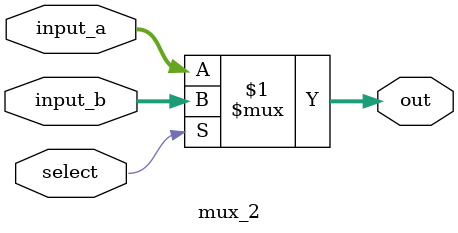
<source format=v>
module mux_2(
    input[31:0] input_a,
    input[31:0] input_b,
    input select,
    output [31:0] out
);
    assign out = (select) ? input_b : input_a;
endmodule
</source>
